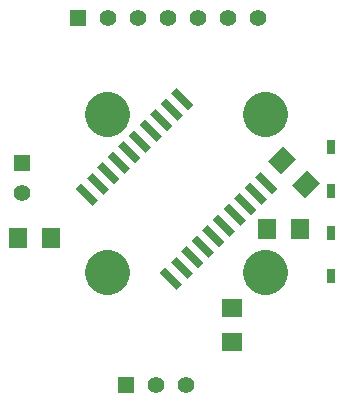
<source format=gts>
G04 ( created by brdgerber.py ( brdgerber.py v0.1 2014-03-12 ) ) date 2020-11-07 22:23:13 EST*
G04 Gerber Fmt 3.4, Leading zero omitted, Abs format*
%MOIN*%
%FSLAX34Y34*%
G01*
G70*
G90*
G04 APERTURE LIST*
%ADD13C,0.1500*%
%ADD10R,0.0550X0.0550*%
%ADD14R,0.0629X0.0709*%
%ADD12R,0.0275X0.0472*%
%ADD11C,0.0550*%
%ADD15R,0.0709X0.0629*%
G04 APERTURE END LIST*
G54D13*
G36*
G01X12800Y05366D02*
G01X12616Y05182D01*
G01X13182Y04616D01*
G01X13366Y04800D01*
G01X12800Y05366D01*
G37*
G36*
G01X12446Y05012D02*
G01X12263Y04828D01*
G01X12828Y04263D01*
G01X13012Y04447D01*
G01X12446Y05012D01*
G37*
G36*
G01X12093Y04659D02*
G01X11909Y04475D01*
G01X12475Y03909D01*
G01X12659Y04093D01*
G01X12093Y04659D01*
G37*
G36*
G01X11739Y04305D02*
G01X11555Y04121D01*
G01X12121Y03556D01*
G01X12305Y03739D01*
G01X11739Y04305D01*
G37*
G36*
G01X11386Y03952D02*
G01X11202Y03768D01*
G01X11768Y03202D01*
G01X11951Y03386D01*
G01X11386Y03952D01*
G37*
G36*
G01X11032Y03598D02*
G01X10848Y03414D01*
G01X11414Y02849D01*
G01X11598Y03032D01*
G01X11032Y03598D01*
G37*
G36*
G01X10679Y03245D02*
G01X10495Y03061D01*
G01X11061Y02495D01*
G01X11244Y02679D01*
G01X10679Y03245D01*
G37*
G36*
G01X10325Y02891D02*
G01X10141Y02707D01*
G01X10707Y02141D01*
G01X10891Y02325D01*
G01X10325Y02891D01*
G37*
G36*
G01X13125Y00091D02*
G01X12941Y-00093D01*
G01X13507Y-00659D01*
G01X13691Y-00475D01*
G01X13125Y00091D01*
G37*
G36*
G01X13479Y00444D02*
G01X13295Y00261D01*
G01X13861Y-00305D01*
G01X14045Y-00121D01*
G01X13479Y00444D01*
G37*
G36*
G01X13832Y00798D02*
G01X13649Y00614D01*
G01X14214Y00048D01*
G01X14398Y00232D01*
G01X13832Y00798D01*
G37*
G36*
G01X14186Y01151D02*
G01X14002Y00968D01*
G01X14568Y00402D01*
G01X14752Y00586D01*
G01X14186Y01151D01*
G37*
G36*
G01X14539Y01505D02*
G01X14356Y01321D01*
G01X14921Y00755D01*
G01X15105Y00939D01*
G01X14539Y01505D01*
G37*
G36*
G01X14893Y01859D02*
G01X14709Y01675D01*
G01X15275Y01109D01*
G01X15459Y01293D01*
G01X14893Y01859D01*
G37*
G36*
G01X15247Y02212D02*
G01X15063Y02028D01*
G01X15628Y01463D01*
G01X15812Y01646D01*
G01X15247Y02212D01*
G37*
G36*
G01X15600Y02566D02*
G01X15416Y02382D01*
G01X15982Y01816D01*
G01X16166Y02000D01*
G01X15600Y02566D01*
G37*
G36*
G01X09972Y02537D02*
G01X09788Y02354D01*
G01X10353Y01788D01*
G01X10537Y01972D01*
G01X09972Y02537D01*
G37*
G36*
G01X09618Y02184D02*
G01X09434Y02000D01*
G01X10000Y01434D01*
G01X10184Y01618D01*
G01X09618Y02184D01*
G37*
G36*
G01X12772Y-00263D02*
G01X12588Y-00447D01*
G01X13154Y-01012D01*
G01X13337Y-00828D01*
G01X12772Y-00263D01*
G37*
G36*
G01X12418Y-00616D02*
G01X12234Y-00800D01*
G01X12800Y-01366D01*
G01X12984Y-01182D01*
G01X12418Y-00616D01*
G37*
D10*
X09500Y07700D03*
D11*
X10500Y07700D03*
D11*
X11500Y07700D03*
D11*
X12500Y07700D03*
D11*
X13500Y07700D03*
D11*
X14500Y07700D03*
D11*
X15500Y07700D03*
D12*
X17950Y03378D03*
D12*
X17950Y01922D03*
D13*
G01X15745Y-00795D02*
G01X15745Y-00795D01*
D13*
G01X15745Y04495D02*
G01X15745Y04495D01*
D13*
G01X10455Y04495D02*
G01X10455Y04495D01*
D13*
G01X10455Y-00795D02*
G01X10455Y-00795D01*
D10*
X07650Y02850D03*
D11*
X07650Y01850D03*
D14*
X15791Y00650D03*
D14*
X16909Y00650D03*
G36*
G01X16622Y02126D02*
G01X17067Y01682D01*
G01X17568Y02183D01*
G01X17124Y02628D01*
G01X16622Y02126D01*
G37*
G36*
G01X15832Y02917D02*
G01X16276Y02472D01*
G01X16778Y02974D01*
G01X16333Y03418D01*
G01X15832Y02917D01*
G37*
D10*
X11100Y-04550D03*
D11*
X12100Y-04550D03*
D11*
X13100Y-04550D03*
D12*
X17950Y00528D03*
D12*
X17950Y-00928D03*
D15*
X14650Y-03109D03*
D15*
X14650Y-01991D03*
D14*
X08609Y00350D03*
D14*
X07491Y00350D03*
M02*

</source>
